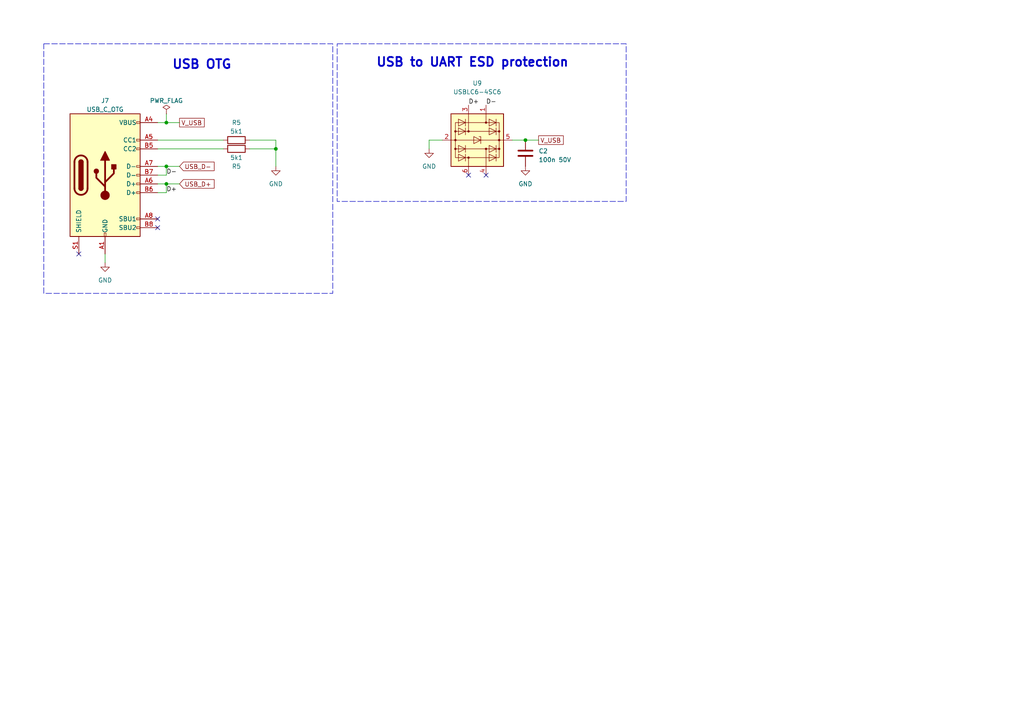
<source format=kicad_sch>
(kicad_sch (version 20230121) (generator eeschema)
  (paper "A4")
  (title_block (title "Dynamic propeller balancer") (date "2023-02-27") (rev "1") (company "V2"))
  (lib_symbols
    (symbol "Connector:USB_C_Receptacle_USB2.0" (pin_names (offset 1.016))
      (property "Reference" "J" (at -10.16 19.05 0))
      (property "Value" "USB_C_Receptacle_USB2.0" (at 19.05 19.05 0))
      (symbol "USB_C_Receptacle_USB2.0_0_0"
        (rectangle (start -0.254 -17.78) (end 0.254 -16.764))
        (rectangle (start 10.16 -14.986) (end 9.144 -15.494))
        (rectangle (start 10.16 -12.446) (end 9.144 -12.954))
        (rectangle (start 10.16 -4.826) (end 9.144 -5.334))
        (rectangle (start 10.16 -2.286) (end 9.144 -2.794))
        (rectangle (start 10.16 0.254) (end 9.144 -0.254))
        (rectangle (start 10.16 2.794) (end 9.144 2.286))
        (rectangle (start 10.16 7.874) (end 9.144 7.366))
        (rectangle (start 10.16 10.414) (end 9.144 9.906))
        (rectangle (start 10.16 15.494) (end 9.144 14.986))
      )
      (symbol "USB_C_Receptacle_USB2.0_0_1"
        (rectangle (start -10.16 17.78) (end 10.16 -17.78) (stroke (width 0.254)) (fill (type background)))
        (arc (start -8.89 -3.81) (mid -6.985 -5.7067) (end -5.08 -3.81) (stroke (width 0.508)))
        (arc (start -7.62 -3.81) (mid -6.985 -4.4423) (end -6.35 -3.81) (stroke (width 0.254)))
        (arc (start -7.62 -3.81) (mid -6.985 -4.4423) (end -6.35 -3.81) (stroke (width 0.254)) (fill (type outline)))
        (rectangle (start -7.62 -3.81) (end -6.35 3.81) (stroke (width 0.254)) (fill (type outline)))
        (arc (start -6.35 3.81) (mid -6.985 4.4423) (end -7.62 3.81) (stroke (width 0.254)))
        (arc (start -6.35 3.81) (mid -6.985 4.4423) (end -7.62 3.81) (stroke (width 0.254)) (fill (type outline)))
        (arc (start -5.08 3.81) (mid -6.985 5.7067) (end -8.89 3.81) (stroke (width 0.508)))
        (circle (center -2.54 1.143) (radius 0.635) (stroke (width 0.254)) (fill (type outline)))
        (circle (center 0 -5.842) (radius 1.27) (fill (type outline)))
        (polyline (pts (xy -8.89 -3.81) (xy -8.89 3.81)) (stroke (width 0.508)))
        (polyline (pts (xy -5.08 3.81) (xy -5.08 -3.81)) (stroke (width 0.508)))
        (polyline (pts (xy 0 -5.842) (xy 0 4.318)) (stroke (width 0.508)))
        (polyline (pts (xy 0 -3.302) (xy -2.54 -0.762) (xy -2.54 0.508)) (stroke (width 0.508)))
        (polyline (pts (xy 0 -2.032) (xy 2.54 0.508) (xy 2.54 1.778)) (stroke (width 0.508)))
        (polyline (pts (xy -1.27 4.318) (xy 0 6.858) (xy 1.27 4.318) (xy -1.27 4.318)) (stroke (width 0.254)) (fill (type outline)))
        (rectangle (start 1.905 1.778) (end 3.175 3.048) (stroke (width 0.254)) (fill (type outline)))
      )
      (symbol "USB_C_Receptacle_USB2.0_1_1"
        (pin passive line (at 0 -22.86 90) (length 5.08) (name "GND") (number "A1"))
        (pin passive line (at 0 -22.86 90) (length 5.08) hide (name "GND") (number "A12"))
        (pin passive line (at 15.24 15.24 180) (length 5.08) (name "VBUS") (number "A4"))
        (pin bidirectional line (at 15.24 10.16 180) (length 5.08) (name "CC1") (number "A5"))
        (pin bidirectional line (at 15.24 -2.54 180) (length 5.08) (name "D+") (number "A6"))
        (pin bidirectional line (at 15.24 2.54 180) (length 5.08) (name "D-") (number "A7"))
        (pin bidirectional line (at 15.24 -12.7 180) (length 5.08) (name "SBU1") (number "A8"))
        (pin passive line (at 15.24 15.24 180) (length 5.08) hide (name "VBUS") (number "A9"))
        (pin passive line (at 0 -22.86 90) (length 5.08) hide (name "GND") (number "B1"))
        (pin passive line (at 0 -22.86 90) (length 5.08) hide (name "GND") (number "B12"))
        (pin passive line (at 15.24 15.24 180) (length 5.08) hide (name "VBUS") (number "B4"))
        (pin bidirectional line (at 15.24 7.62 180) (length 5.08) (name "CC2") (number "B5"))
        (pin bidirectional line (at 15.24 -5.08 180) (length 5.08) (name "D+") (number "B6"))
        (pin bidirectional line (at 15.24 0 180) (length 5.08) (name "D-") (number "B7"))
        (pin bidirectional line (at 15.24 -15.24 180) (length 5.08) (name "SBU2") (number "B8"))
        (pin passive line (at 15.24 15.24 180) (length 5.08) hide (name "VBUS") (number "B9"))
        (pin passive line (at -7.62 -22.86 90) (length 5.08) (name "SHIELD") (number "S1"))
      )
    )
    (symbol "Device:C" (pin_numbers hide) (pin_names (offset 0.254))
      (property "Reference" "C" (at 0.635 2.54 0))
      (property "Value" "C" (at 0.635 -2.54 0))
      (symbol "C_0_1"
        (polyline (pts (xy -2.032 -0.762) (xy 2.032 -0.762)) (stroke (width 0.508)))
        (polyline (pts (xy -2.032 0.762) (xy 2.032 0.762)) (stroke (width 0.508)))
      )
      (symbol "C_1_1"
        (pin passive line (at 0 3.81 270) (length 2.794) (name "~") (number "1"))
        (pin passive line (at 0 -3.81 90) (length 2.794) (name "~") (number "2"))
      )
    )
    (symbol "Device:R" (pin_numbers hide) (pin_names (offset 0))
      (property "Reference" "R" (at 2.032 0 90))
      (property "Value" "R" (at 0 0 90))
      (symbol "R_0_1"
        (rectangle (start -1.016 -2.54) (end 1.016 2.54) (stroke (width 0.254)))
      )
      (symbol "R_1_1"
        (pin passive line (at 0 3.81 270) (length 1.27) (name "~") (number "1"))
        (pin passive line (at 0 -3.81 90) (length 1.27) (name "~") (number "2"))
      )
    )
    (symbol "Power_Protection:USBLC6-4SC6" (pin_names hide)
      (property "Reference" "U" (at 2.54 8.89 0))
      (property "Value" "USBLC6-4SC6" (at 2.54 -8.89 0))
      (symbol "USBLC6-4SC6_0_1"
        (rectangle (start -7.62 -7.62) (end 7.62 7.62) (stroke (width 0.254)) (fill (type background)))
        (circle (center -5.08 2.54) (radius 0.254) (fill (type outline)))
        (circle (center -2.54 -6.35) (radius 0.254) (fill (type outline)))
        (circle (center -2.54 -2.54) (radius 0.254) (fill (type outline)))
        (circle (center -2.54 6.35) (radius 0.254) (fill (type outline)))
        (rectangle (start -2.54 6.35) (end 2.54 -6.35))
        (circle (center 0 -6.35) (radius 0.254) (fill (type outline)))
        (polyline (pts (xy -5.08 2.54) (xy -7.62 2.54)))
        (polyline (pts (xy -4.064 -3.429) (xy -6.096 -3.429)))
        (polyline (pts (xy -4.064 5.461) (xy -6.096 5.461)))
        (polyline (pts (xy -2.54 -2.54) (xy -7.62 -2.54)))
        (polyline (pts (xy -1.524 -3.429) (xy -3.556 -3.429)))
        (polyline (pts (xy -1.524 5.461) (xy -3.556 5.461)))
        (polyline (pts (xy 0 -7.62) (xy 0 -6.35)))
        (polyline (pts (xy 0 -6.35) (xy 0 1.27)))
        (polyline (pts (xy 0 1.27) (xy 0 6.35)))
        (polyline (pts (xy 0 6.35) (xy 0 7.62)))
        (polyline (pts (xy 1.524 -3.429) (xy 3.556 -3.429)))
        (polyline (pts (xy 1.524 5.461) (xy 3.556 5.461)))
        (polyline (pts (xy 2.54 2.54) (xy 7.62 2.54)))
        (polyline (pts (xy 4.064 -3.429) (xy 6.096 -3.429)))
        (polyline (pts (xy 4.064 5.461) (xy 6.096 5.461)))
        (polyline (pts (xy 5.08 -2.54) (xy 7.62 -2.54)))
        (polyline (pts (xy -6.096 -5.461) (xy -4.064 -5.461) (xy -5.08 -3.429) (xy -6.096 -5.461)))
        (polyline (pts (xy -6.096 3.429) (xy -4.064 3.429) (xy -5.08 5.461) (xy -6.096 3.429)))
        (polyline (pts (xy -3.556 -5.461) (xy -1.524 -5.461) (xy -2.54 -3.429) (xy -3.556 -5.461)))
        (polyline (pts (xy -3.556 3.429) (xy -1.524 3.429) (xy -2.54 5.461) (xy -3.556 3.429)))
        (polyline (pts (xy -2.54 6.35) (xy -5.08 6.35) (xy -5.08 -6.35) (xy -2.54 -6.35)))
        (polyline (pts (xy -1.016 -1.016) (xy 1.016 -1.016) (xy 0 1.016) (xy -1.016 -1.016)))
        (polyline (pts (xy 1.016 1.016) (xy 0.762 1.016) (xy -1.016 1.016) (xy -1.016 0.508)))
        (polyline (pts (xy 2.54 6.35) (xy 5.08 6.35) (xy 5.08 -6.35) (xy 2.54 -6.35)))
        (polyline (pts (xy 3.556 -5.461) (xy 1.524 -5.461) (xy 2.54 -3.429) (xy 3.556 -5.461)))
        (polyline (pts (xy 3.556 3.429) (xy 1.524 3.429) (xy 2.54 5.461) (xy 3.556 3.429)))
        (polyline (pts (xy 6.096 -5.461) (xy 4.064 -5.461) (xy 5.08 -3.429) (xy 6.096 -5.461)))
        (polyline (pts (xy 6.096 3.429) (xy 4.064 3.429) (xy 5.08 5.461) (xy 6.096 3.429)))
        (circle (center 0 6.35) (radius 0.254) (fill (type outline)))
        (circle (center 2.54 -6.35) (radius 0.254) (fill (type outline)))
        (circle (center 2.54 2.54) (radius 0.254) (fill (type outline)))
        (circle (center 2.54 6.35) (radius 0.254) (fill (type outline)))
        (circle (center 5.08 -2.54) (radius 0.254) (fill (type outline)))
      )
      (symbol "USBLC6-4SC6_1_1"
        (pin passive line (at -10.16 2.54 0) (length 2.54) (name "I/O1") (number "1"))
        (pin passive line (at 0 -10.16 90) (length 2.54) (name "GND") (number "2"))
        (pin passive line (at -10.16 -2.54 0) (length 2.54) (name "I/O2") (number "3"))
        (pin passive line (at 10.16 2.54 180) (length 2.54) (name "I/O3") (number "4"))
        (pin passive line (at 0 10.16 270) (length 2.54) (name "VBUS") (number "5"))
        (pin passive line (at 10.16 -2.54 180) (length 2.54) (name "I/O4") (number "6"))
      )
    )
    (symbol "power:GND" (power) (pin_names (offset 0))
      (property "Value" "GND" (at 0 -3.81 0))
      (symbol "GND_0_1"
        (polyline (pts (xy 0 0) (xy 0 -1.27) (xy 1.27 -1.27) (xy 0 -2.54) (xy -1.27 -1.27) (xy 0 -1.27)))
      )
      (symbol "GND_1_1"
        (pin power_in line (at 0 0 270) (length 0) hide (name "GND") (number "1"))
      )
    )
    (symbol "power:PWR_FLAG" (power) (pin_numbers hide) (pin_names (offset 0) hide)
      (property "Value" "PWR_FLAG" (at 0 3.81 0))
      (symbol "PWR_FLAG_0_0"
        (pin power_out line (at 0 0 90) (length 0) (name "pwr") (number "1"))
      )
      (symbol "PWR_FLAG_0_1"
        (polyline (pts (xy 0 0) (xy 0 1.27) (xy -1.016 1.905) (xy 0 2.54) (xy 1.016 1.905) (xy 0 1.27)))
      )
    )
  )
  (junction (at 80.01 43.18))
  (junction (at 48.26 48.26))
  (junction (at 48.26 35.56))
  (junction (at 152.4 40.64))
  (junction (at 48.26 53.34))
  (no_connect (at 45.72 66.04))
  (no_connect (at 135.89 50.8))
  (no_connect (at 45.72 63.5))
  (no_connect (at 140.97 50.8))
  (no_connect (at 22.86 73.66))
  (wire (pts (xy 124.46 40.64) (xy 128.27 40.64)))
  (wire (pts (xy 152.4 40.64) (xy 156.21 40.64)))
  (wire (pts (xy 48.26 55.88) (xy 48.26 53.34)))
  (wire (pts (xy 48.26 53.34) (xy 52.07 53.34)))
  (wire (pts (xy 48.26 35.56) (xy 52.07 35.56)))
  (wire (pts (xy 72.39 40.64) (xy 80.01 40.64)))
  (wire (pts (xy 48.26 50.8) (xy 48.26 48.26)))
  (wire (pts (xy 64.77 40.64) (xy 45.72 40.64)))
  (wire (pts (xy 30.48 76.2) (xy 30.48 73.66)))
  (wire (pts (xy 48.26 33.02) (xy 48.26 35.56)))
  (wire (pts (xy 48.26 48.26) (xy 52.07 48.26)))
  (wire (pts (xy 124.46 43.18) (xy 124.46 40.64)))
  (wire (pts (xy 80.01 40.64) (xy 80.01 43.18)))
  (wire (pts (xy 45.72 55.88) (xy 48.26 55.88)))
  (wire (pts (xy 72.39 43.18) (xy 80.01 43.18)))
  (wire (pts (xy 80.01 43.18) (xy 80.01 48.26)))
  (wire (pts (xy 45.72 53.34) (xy 48.26 53.34)))
  (wire (pts (xy 148.59 40.64) (xy 152.4 40.64)))
  (wire (pts (xy 45.72 43.18) (xy 64.77 43.18)))
  (wire (pts (xy 45.72 50.8) (xy 48.26 50.8)))
  (wire (pts (xy 45.72 48.26) (xy 48.26 48.26)))
  (wire (pts (xy 45.72 35.56) (xy 48.26 35.56)))
  (rectangle (start 97.79 12.7) (end 181.61 58.42) (stroke (width 0) (type dash)))
  (rectangle (start 12.7 12.7) (end 96.52 85.09) (stroke (width 0) (type dash)))
  (text "USB to UART ESD protection" (at 165.1 19.685 0) (effects (font (size 2.5654 2.5654) (thickness 0.5131) bold) (justify right bottom)))
  (text "USB OTG" (at 67.31 20.32 0) (effects (font (size 2.5654 2.5654) (thickness 0.5131) bold) (justify right bottom)))
  (label "D+" (at 135.89 30.48 0))
  (label "D+" (at 48.26 55.88 0))
  (label "D-" (at 140.97 30.48 0))
  (label "D-" (at 48.26 50.8 0))
  (global_label "USB_D+" (shape input) (at 52.07 53.34 0) (property "Intersheetrefs" "${INTERSHEET_REFS}" (effects hide)))
  (global_label "V_USB" (shape passive) (at 52.07 35.56 0) (property "Intersheetrefs" "${INTERSHEET_REFS}" (effects hide)))
  (global_label "V_USB" (shape passive) (at 156.21 40.64 0) (property "Intersheetrefs" "${INTERSHEET_REFS}" (effects hide)))
  (global_label "USB_D-" (shape input) (at 52.07 48.26 0) (property "Intersheetrefs" "${INTERSHEET_REFS}" (effects hide)))
  (symbol (lib_id "power:PWR_FLAG") (at 48.26 33.02 0) (unit 1)
    (property "Reference" "#FLG01" (effects hide))
    (property "Value" "PWR_FLAG" (at 48.26 29.21 0))
  )
  (symbol (lib_id "power:GND") (at 152.4 48.26 0) (unit 1)
    (property "Reference" "#PWR067" (effects hide))
    (property "Value" "GND" (at 152.4 53.34 0))
    (instances (project "DPB-PCB" (path "" (reference "#PWR067") (unit 1)) (path "" (reference "#PWR063") (unit 1))))
  )
  (symbol (lib_id "Power_Protection:USBLC6-4SC6") (at 138.43 40.64 270) (unit 1)
    (property "Reference" "U9" (at 138.43 24.13 90))
    (property "Value" "USBLC6-4SC6" (at 138.43 26.67 90))
    (property "Footprint" "Package_TO_SOT_SMD:SOT-23-6" (effects hide))
    (property "Datasheet" "https://www.st.com/resource/en/datasheet/usblc6-4.pdf" (effects hide))
    (property "LCSC" "C85364" (effects hide))
    (instances (project "DPB-PCB" (path "" (reference "U9") (unit 1)) (path "" (reference "U6") (unit 1))))
  )
  (symbol (lib_id "power:GND") (at 30.48 76.2 0) (unit 1)
    (property "Reference" "#PWR017" (effects hide))
    (property "Value" "GND" (at 30.48 81.28 0))
    (instances (project "DPB-PCB" (path "" (reference "#PWR017") (unit 1)) (path "" (reference "#PWR060") (unit 1))))
  )
  (symbol (lib_id "Device:R") (at 68.58 40.64 90) (unit 1)
    (property "Reference" "R5" (at 68.58 35.56 90))
    (property "Value" "5k1" (at 68.58 38.1 90))
    (property "Footprint" "Resistor_SMD:R_0402_1005Metric" (effects hide))
    (property "LCSC" "C25905" (effects hide))
    (instances (project "DPB-PCB" (path "" (reference "R5") (unit 1)) (path "" (reference "R7") (unit 1)) (path "" (reference "R32") (unit 1))))
  )
  (symbol (lib_id "Device:R") (at 68.58 43.18 90) (unit 1)
    (property "Reference" "R5" (at 68.58 48.26 90))
    (property "Value" "5k1" (at 68.58 45.72 90))
    (property "Footprint" "Resistor_SMD:R_0402_1005Metric" (effects hide))
    (property "LCSC" "C25905" (effects hide))
    (instances (project "DPB-PCB" (path "" (reference "R5") (unit 1)) (path "" (reference "R8") (unit 1)) (path "" (reference "R33") (unit 1))))
  )
  (symbol (lib_id "Device:C") (at 152.4 44.45 0) (unit 1)
    (property "Reference" "C2" (at 156.21 43.815 0) (effects (justify left)))
    (property "Value" "100n 50V" (at 156.21 46.355 0) (effects (justify left)))
    (property "Footprint" "Capacitor_SMD:C_01005_0402Metric" (effects hide))
    (property "LCSC" "C307331" (effects hide))
    (instances (project "DPB-PCB" (path "" (reference "C2") (unit 1)) (path "" (reference "C15") (unit 1)) (path "" (reference "C15") (unit 1))))
  )
  (symbol (lib_id "power:GND") (at 80.01 48.26 0) (unit 1)
    (property "Reference" "#PWR018" (effects hide))
    (property "Value" "GND" (at 80.01 53.34 0))
    (instances (project "DPB-PCB" (path "" (reference "#PWR018") (unit 1)) (path "" (reference "#PWR061") (unit 1))))
  )
  (symbol (lib_id "Connector:USB_C_Receptacle_USB2.0") (at 30.48 50.8 0) (unit 1)
    (property "Reference" "J7" (at 30.48 29.21 0))
    (property "Value" "USB_C_OTG" (at 30.48 31.75 0))
    (property "Footprint" "Connector_USB:USB_C_Receptacle_G-Switch_GT-USB-7010ASV" (effects hide))
    (property "Datasheet" "https://www.usb.org/sites/default/files/documents/usb_type-c.zip" (effects hide))
    (property "LCSC" "C2927038" (effects hide))
    (instances (project "DPB-PCB" (path "" (reference "J7") (unit 1)) (path "" (reference "J8") (unit 1))))
  )
  (symbol (lib_id "power:GND") (at 124.46 43.18 0) (unit 1)
    (property "Reference" "#PWR066" (effects hide))
    (property "Value" "GND" (at 124.46 48.26 0))
    (instances (project "DPB-PCB" (path "" (reference "#PWR066") (unit 1)) (path "" (reference "#PWR062") (unit 1))))
  )
)
</source>
